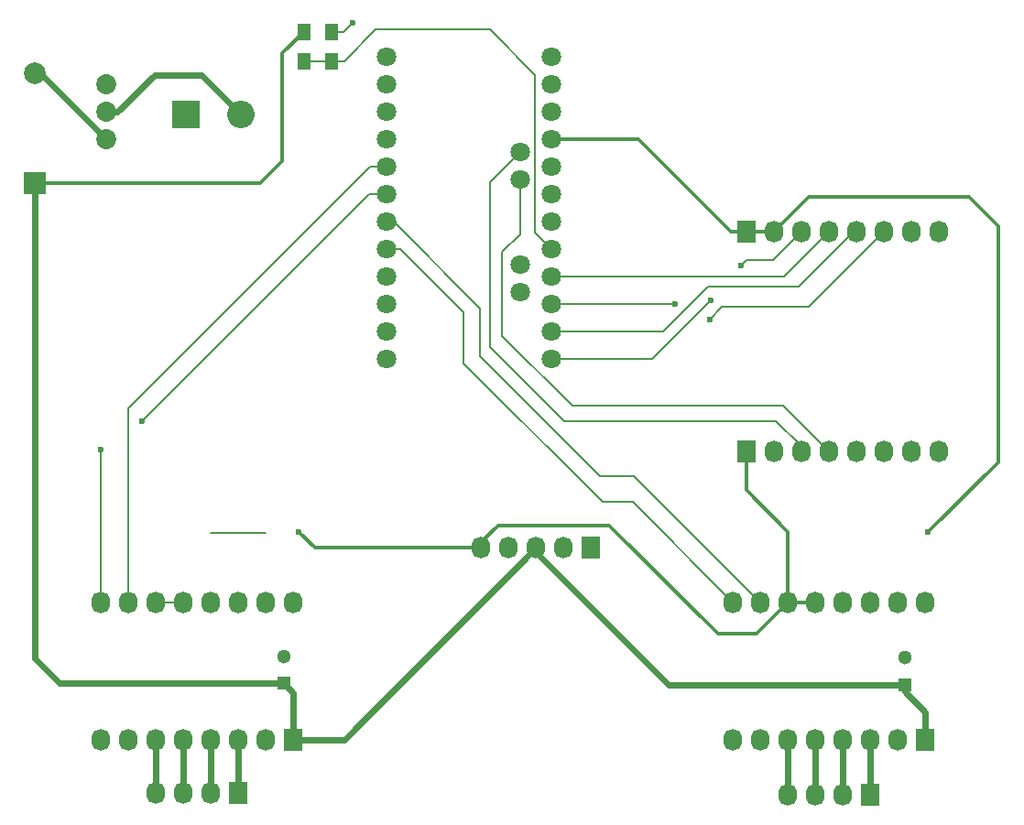
<source format=gtl>
G04 #@! TF.FileFunction,Copper,L1,Top,Signal*
%FSLAX46Y46*%
G04 Gerber Fmt 4.6, Leading zero omitted, Abs format (unit mm)*
G04 Created by KiCad (PCBNEW 4.0.5) date Tuesday, September 05, 2017 'PMt' 07:35:30 PM*
%MOMM*%
%LPD*%
G01*
G04 APERTURE LIST*
%ADD10C,0.100000*%
%ADD11C,1.300000*%
%ADD12R,1.300000X1.300000*%
%ADD13C,1.998980*%
%ADD14R,1.998980X1.998980*%
%ADD15R,1.727200X2.032000*%
%ADD16O,1.727200X2.032000*%
%ADD17R,2.540000X2.540000*%
%ADD18O,2.540000X2.540000*%
%ADD19R,1.300000X1.500000*%
%ADD20C,1.854200*%
%ADD21C,1.800000*%
%ADD22C,0.600000*%
%ADD23C,0.203200*%
%ADD24C,0.609600*%
%ADD25C,0.304800*%
G04 APERTURE END LIST*
D10*
D11*
X191135000Y-102910000D03*
D12*
X191135000Y-105410000D03*
D11*
X133731000Y-102783000D03*
D12*
X133731000Y-105283000D03*
D13*
X110741460Y-48895000D03*
D14*
X110741460Y-59055000D03*
D15*
X129540000Y-115443000D03*
D16*
X127000000Y-115443000D03*
X124460000Y-115443000D03*
X121920000Y-115443000D03*
D15*
X187960000Y-115570000D03*
D16*
X185420000Y-115570000D03*
X182880000Y-115570000D03*
X180340000Y-115570000D03*
D17*
X124714000Y-52705000D03*
D18*
X129794000Y-52705000D03*
D19*
X135572500Y-45068500D03*
X135572500Y-47768500D03*
X138112500Y-47768500D03*
X138112500Y-45068500D03*
D20*
X117348000Y-54991000D03*
X117348000Y-49911000D03*
X117348000Y-52451000D03*
D15*
X176470000Y-63540000D03*
D16*
X179010000Y-63540000D03*
X181550000Y-63540000D03*
X184090000Y-63540000D03*
X186630000Y-63540000D03*
X189170000Y-63540000D03*
X191710000Y-63540000D03*
X194250000Y-63540000D03*
X116840000Y-110490000D03*
X119380000Y-110490000D03*
X121920000Y-110490000D03*
X124460000Y-110490000D03*
X127000000Y-110490000D03*
X129540000Y-110490000D03*
X132080000Y-110490000D03*
D15*
X134620000Y-110490000D03*
D16*
X134620000Y-97790000D03*
X132080000Y-97790000D03*
X129540000Y-97790000D03*
X127000000Y-97790000D03*
X124460000Y-97790000D03*
X121920000Y-97790000D03*
X119380000Y-97790000D03*
X116840000Y-97790000D03*
X175260000Y-110490000D03*
X177800000Y-110490000D03*
X180340000Y-110490000D03*
X182880000Y-110490000D03*
X185420000Y-110490000D03*
X187960000Y-110490000D03*
X190500000Y-110490000D03*
D15*
X193040000Y-110490000D03*
D16*
X193040000Y-97790000D03*
X190500000Y-97790000D03*
X187960000Y-97790000D03*
X185420000Y-97790000D03*
X182880000Y-97790000D03*
X180340000Y-97790000D03*
X177800000Y-97790000D03*
X175260000Y-97790000D03*
D21*
X155575000Y-66548000D03*
X155575000Y-69088000D03*
X155575000Y-58674000D03*
X155575000Y-56134000D03*
X158496000Y-75311000D03*
X158496000Y-72771000D03*
X158496000Y-67691000D03*
X158496000Y-70231000D03*
X158496000Y-60071000D03*
X158496000Y-57531000D03*
X158496000Y-62611000D03*
X158496000Y-65151000D03*
X158496000Y-54991000D03*
X158496000Y-52451000D03*
X158496000Y-47371000D03*
X158496000Y-49911000D03*
X143256000Y-49911000D03*
X143256000Y-47371000D03*
X143256000Y-52451000D03*
X143256000Y-54991000D03*
X143256000Y-65151000D03*
X143256000Y-62611000D03*
X143256000Y-57531000D03*
X143256000Y-60071000D03*
X143256000Y-70231000D03*
X143256000Y-67691000D03*
X143256000Y-72771000D03*
X143256000Y-75311000D03*
D15*
X162122000Y-92790000D03*
D16*
X159582000Y-92790000D03*
X157042000Y-92790000D03*
X154502000Y-92790000D03*
X151962000Y-92790000D03*
D15*
X176470000Y-83870000D03*
D16*
X179010000Y-83870000D03*
X181550000Y-83870000D03*
X184090000Y-83870000D03*
X186630000Y-83870000D03*
X189170000Y-83870000D03*
X191710000Y-83870000D03*
X194250000Y-83870000D03*
D22*
X140081000Y-44196000D03*
X193294000Y-91313000D03*
X135128000Y-91313000D03*
X176022000Y-66675000D03*
X173228000Y-69850000D03*
X173101000Y-71628000D03*
X169926000Y-70231000D03*
X116840000Y-83693000D03*
X120650000Y-81026000D03*
D23*
X132080000Y-91360000D02*
X129540000Y-91360000D01*
X129540000Y-91360000D02*
X127000000Y-91360000D01*
X138112500Y-45068500D02*
X139208500Y-45068500D01*
X139208500Y-45068500D02*
X140081000Y-44196000D01*
D24*
X110741460Y-59055000D02*
X110741460Y-102994460D01*
X113030000Y-105283000D02*
X133731000Y-105283000D01*
X110741460Y-102994460D02*
X113030000Y-105283000D01*
D25*
X110741460Y-59055000D02*
X131572000Y-59055000D01*
X133604000Y-47037000D02*
X135572500Y-45068500D01*
X133604000Y-57023000D02*
X133604000Y-47037000D01*
X131572000Y-59055000D02*
X133604000Y-57023000D01*
D23*
X110741460Y-59055000D02*
X109982000Y-59055000D01*
D24*
X191135000Y-105410000D02*
X191135000Y-106045000D01*
X191135000Y-106045000D02*
X193040000Y-107950000D01*
X193040000Y-107950000D02*
X193040000Y-110490000D01*
X157042000Y-92790000D02*
X157042000Y-93161000D01*
X157042000Y-93161000D02*
X169291000Y-105410000D01*
X169291000Y-105410000D02*
X191135000Y-105410000D01*
X134620000Y-110490000D02*
X139342000Y-110490000D01*
X139342000Y-110490000D02*
X157042000Y-92790000D01*
X133731000Y-105283000D02*
X134620000Y-106172000D01*
X134620000Y-106172000D02*
X134620000Y-110490000D01*
X110741460Y-48895000D02*
X111252000Y-48895000D01*
X111252000Y-48895000D02*
X117348000Y-54991000D01*
X129540000Y-110490000D02*
X129540000Y-115443000D01*
X127000000Y-110490000D02*
X127000000Y-115443000D01*
X124460000Y-110490000D02*
X124460000Y-115443000D01*
X121920000Y-110490000D02*
X121920000Y-115443000D01*
X187960000Y-115570000D02*
X187960000Y-110490000D01*
X185420000Y-115570000D02*
X185420000Y-110490000D01*
X182880000Y-115570000D02*
X182880000Y-110490000D01*
X180340000Y-115570000D02*
X180340000Y-110490000D01*
X117348000Y-52451000D02*
X118364000Y-52451000D01*
X126111000Y-49022000D02*
X129794000Y-52705000D01*
X121793000Y-49022000D02*
X126111000Y-49022000D01*
X118364000Y-52451000D02*
X121793000Y-49022000D01*
D23*
X155575000Y-58674000D02*
X155575000Y-63754000D01*
X179849000Y-79629000D02*
X184090000Y-83870000D01*
X160401000Y-79629000D02*
X179849000Y-79629000D01*
X153924000Y-73152000D02*
X160401000Y-79629000D01*
X153924000Y-65405000D02*
X153924000Y-73152000D01*
X155575000Y-63754000D02*
X153924000Y-65405000D01*
X155575000Y-56134000D02*
X152781000Y-58928000D01*
X179197000Y-81026000D02*
X181550000Y-83379000D01*
X159639000Y-81026000D02*
X179197000Y-81026000D01*
X152781000Y-74168000D02*
X159639000Y-81026000D01*
X152781000Y-58928000D02*
X152781000Y-74168000D01*
X181550000Y-83379000D02*
X181550000Y-83870000D01*
X138112500Y-47768500D02*
X139302500Y-47768500D01*
X156972000Y-63627000D02*
X158496000Y-65151000D01*
X156972000Y-49022000D02*
X156972000Y-63627000D01*
X152781000Y-44831000D02*
X156972000Y-49022000D01*
X142240000Y-44831000D02*
X152781000Y-44831000D01*
X139302500Y-47768500D02*
X142240000Y-44831000D01*
X135572500Y-47768500D02*
X138112500Y-47768500D01*
D25*
X199771000Y-84836000D02*
X193294000Y-91313000D01*
X179010000Y-63540000D02*
X182225000Y-60325000D01*
X197104000Y-60325000D02*
X182225000Y-60325000D01*
X199771000Y-62992000D02*
X197104000Y-60325000D01*
X199771000Y-84836000D02*
X199771000Y-62992000D01*
X180340000Y-97790000D02*
X180340000Y-91313000D01*
X176470000Y-87443000D02*
X176470000Y-83870000D01*
X180340000Y-91313000D02*
X176470000Y-87443000D01*
X151962000Y-92790000D02*
X136605000Y-92790000D01*
X136605000Y-92790000D02*
X135128000Y-91313000D01*
X176470000Y-63540000D02*
X175046000Y-63540000D01*
X166497000Y-54991000D02*
X158496000Y-54991000D01*
X175046000Y-63540000D02*
X166497000Y-54991000D01*
X176470000Y-63540000D02*
X179010000Y-63540000D01*
X180340000Y-97790000D02*
X182880000Y-97790000D01*
X151962000Y-92790000D02*
X151962000Y-92259000D01*
X151962000Y-92259000D02*
X153543000Y-90678000D01*
X177419000Y-100711000D02*
X180340000Y-97790000D01*
X173863000Y-100711000D02*
X177419000Y-100711000D01*
X163830000Y-90678000D02*
X173863000Y-100711000D01*
X153543000Y-90678000D02*
X163830000Y-90678000D01*
D23*
X124460000Y-97790000D02*
X121920000Y-97790000D01*
X158496000Y-75311000D02*
X167767000Y-75311000D01*
X178923000Y-66167000D02*
X181550000Y-63540000D01*
X176530000Y-66167000D02*
X178923000Y-66167000D01*
X176022000Y-66675000D02*
X176530000Y-66167000D01*
X167767000Y-75311000D02*
X173228000Y-69850000D01*
X158496000Y-67691000D02*
X179939000Y-67691000D01*
X179939000Y-67691000D02*
X184090000Y-63540000D01*
X158496000Y-72771000D02*
X168783000Y-72771000D01*
X181356000Y-68580000D02*
X186396000Y-63540000D01*
X172974000Y-68580000D02*
X181356000Y-68580000D01*
X168783000Y-72771000D02*
X172974000Y-68580000D01*
X186396000Y-63540000D02*
X186630000Y-63540000D01*
X158496000Y-70231000D02*
X169926000Y-70231000D01*
X182225000Y-70485000D02*
X189170000Y-63540000D01*
X174244000Y-70485000D02*
X182225000Y-70485000D01*
X173101000Y-71628000D02*
X174244000Y-70485000D01*
X143256000Y-57531000D02*
X141732000Y-57531000D01*
X119380000Y-79883000D02*
X119380000Y-97790000D01*
X141732000Y-57531000D02*
X119380000Y-79883000D01*
X143256000Y-57531000D02*
X143256000Y-57912000D01*
X143256000Y-60071000D02*
X141605000Y-60071000D01*
X116840000Y-83693000D02*
X116840000Y-97790000D01*
X141605000Y-60071000D02*
X120650000Y-81026000D01*
X143256000Y-62611000D02*
X143891000Y-62611000D01*
X143891000Y-62611000D02*
X151892000Y-70612000D01*
X151892000Y-70612000D02*
X151892000Y-75057000D01*
X151892000Y-75057000D02*
X162941000Y-86106000D01*
X162941000Y-86106000D02*
X166116000Y-86106000D01*
X166116000Y-86106000D02*
X177800000Y-97790000D01*
X143256000Y-65151000D02*
X144526000Y-65151000D01*
X165989000Y-88519000D02*
X175260000Y-97790000D01*
X163195000Y-88519000D02*
X165989000Y-88519000D01*
X150368000Y-75692000D02*
X163195000Y-88519000D01*
X150368000Y-70993000D02*
X150368000Y-75692000D01*
X144526000Y-65151000D02*
X150368000Y-70993000D01*
M02*

</source>
